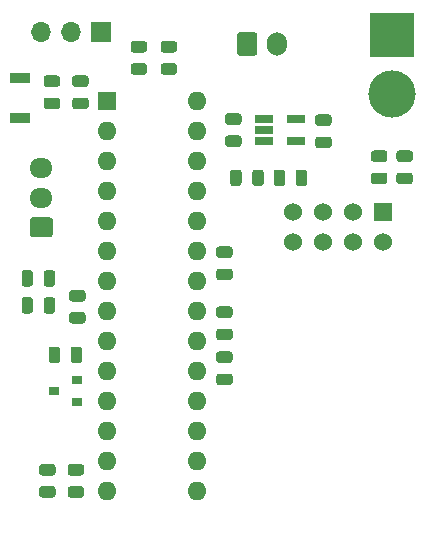
<source format=gbr>
G04 #@! TF.GenerationSoftware,KiCad,Pcbnew,5.1.6-c6e7f7d~87~ubuntu20.04.1*
G04 #@! TF.CreationDate,2020-11-08T20:48:53+01:00*
G04 #@! TF.ProjectId,soil_humidity_module,736f696c-5f68-4756-9d69-646974795f6d,rev?*
G04 #@! TF.SameCoordinates,Original*
G04 #@! TF.FileFunction,Soldermask,Top*
G04 #@! TF.FilePolarity,Negative*
%FSLAX46Y46*%
G04 Gerber Fmt 4.6, Leading zero omitted, Abs format (unit mm)*
G04 Created by KiCad (PCBNEW 5.1.6-c6e7f7d~87~ubuntu20.04.1) date 2020-11-08 20:48:53*
%MOMM*%
%LPD*%
G01*
G04 APERTURE LIST*
%ADD10C,1.524000*%
%ADD11R,1.524000X1.524000*%
%ADD12O,1.700000X2.000000*%
%ADD13R,1.700000X0.900000*%
%ADD14O,1.950000X1.700000*%
%ADD15R,1.560000X0.650000*%
%ADD16R,3.800000X3.800000*%
%ADD17C,4.000000*%
%ADD18R,0.900000X0.800000*%
%ADD19R,1.700000X1.700000*%
%ADD20O,1.700000X1.700000*%
%ADD21R,1.600000X1.600000*%
%ADD22O,1.600000X1.600000*%
G04 APERTURE END LIST*
D10*
X161544000Y-105156000D03*
X161544000Y-102616000D03*
X164084000Y-105156000D03*
X164084000Y-102616000D03*
X166624000Y-105156000D03*
X166624000Y-102616000D03*
X169164000Y-105156000D03*
D11*
X169164000Y-102616000D03*
D12*
X160132400Y-88366600D03*
G36*
G01*
X156782400Y-89116600D02*
X156782400Y-87616600D01*
G75*
G02*
X157032400Y-87366600I250000J0D01*
G01*
X158232400Y-87366600D01*
G75*
G02*
X158482400Y-87616600I0J-250000D01*
G01*
X158482400Y-89116600D01*
G75*
G02*
X158232400Y-89366600I-250000J0D01*
G01*
X157032400Y-89366600D01*
G75*
G02*
X156782400Y-89116600I0J250000D01*
G01*
G37*
D13*
X138430000Y-94664000D03*
X138430000Y-91264000D03*
D14*
X140208000Y-98886000D03*
X140208000Y-101386000D03*
G36*
G01*
X140933000Y-104736000D02*
X139483000Y-104736000D01*
G75*
G02*
X139233000Y-104486000I0J250000D01*
G01*
X139233000Y-103286000D01*
G75*
G02*
X139483000Y-103036000I250000J0D01*
G01*
X140933000Y-103036000D01*
G75*
G02*
X141183000Y-103286000I0J-250000D01*
G01*
X141183000Y-104486000D01*
G75*
G02*
X140933000Y-104736000I-250000J0D01*
G01*
G37*
G36*
G01*
X161740000Y-100151250D02*
X161740000Y-99238750D01*
G75*
G02*
X161983750Y-98995000I243750J0D01*
G01*
X162471250Y-98995000D01*
G75*
G02*
X162715000Y-99238750I0J-243750D01*
G01*
X162715000Y-100151250D01*
G75*
G02*
X162471250Y-100395000I-243750J0D01*
G01*
X161983750Y-100395000D01*
G75*
G02*
X161740000Y-100151250I0J243750D01*
G01*
G37*
G36*
G01*
X159865000Y-100151250D02*
X159865000Y-99238750D01*
G75*
G02*
X160108750Y-98995000I243750J0D01*
G01*
X160596250Y-98995000D01*
G75*
G02*
X160840000Y-99238750I0J-243750D01*
G01*
X160840000Y-100151250D01*
G75*
G02*
X160596250Y-100395000I-243750J0D01*
G01*
X160108750Y-100395000D01*
G75*
G02*
X159865000Y-100151250I0J243750D01*
G01*
G37*
G36*
G01*
X163627750Y-96208000D02*
X164540250Y-96208000D01*
G75*
G02*
X164784000Y-96451750I0J-243750D01*
G01*
X164784000Y-96939250D01*
G75*
G02*
X164540250Y-97183000I-243750J0D01*
G01*
X163627750Y-97183000D01*
G75*
G02*
X163384000Y-96939250I0J243750D01*
G01*
X163384000Y-96451750D01*
G75*
G02*
X163627750Y-96208000I243750J0D01*
G01*
G37*
G36*
G01*
X163627750Y-94333000D02*
X164540250Y-94333000D01*
G75*
G02*
X164784000Y-94576750I0J-243750D01*
G01*
X164784000Y-95064250D01*
G75*
G02*
X164540250Y-95308000I-243750J0D01*
G01*
X163627750Y-95308000D01*
G75*
G02*
X163384000Y-95064250I0J243750D01*
G01*
X163384000Y-94576750D01*
G75*
G02*
X163627750Y-94333000I243750J0D01*
G01*
G37*
D15*
X161751000Y-94706400D03*
X161751000Y-96606400D03*
X159051000Y-96606400D03*
X159051000Y-95656400D03*
X159051000Y-94706400D03*
G36*
G01*
X139504000Y-110033750D02*
X139504000Y-110946250D01*
G75*
G02*
X139260250Y-111190000I-243750J0D01*
G01*
X138772750Y-111190000D01*
G75*
G02*
X138529000Y-110946250I0J243750D01*
G01*
X138529000Y-110033750D01*
G75*
G02*
X138772750Y-109790000I243750J0D01*
G01*
X139260250Y-109790000D01*
G75*
G02*
X139504000Y-110033750I0J-243750D01*
G01*
G37*
G36*
G01*
X141379000Y-110033750D02*
X141379000Y-110946250D01*
G75*
G02*
X141135250Y-111190000I-243750J0D01*
G01*
X140647750Y-111190000D01*
G75*
G02*
X140404000Y-110946250I0J243750D01*
G01*
X140404000Y-110033750D01*
G75*
G02*
X140647750Y-109790000I243750J0D01*
G01*
X141135250Y-109790000D01*
G75*
G02*
X141379000Y-110033750I0J-243750D01*
G01*
G37*
G36*
G01*
X142799750Y-111067000D02*
X143712250Y-111067000D01*
G75*
G02*
X143956000Y-111310750I0J-243750D01*
G01*
X143956000Y-111798250D01*
G75*
G02*
X143712250Y-112042000I-243750J0D01*
G01*
X142799750Y-112042000D01*
G75*
G02*
X142556000Y-111798250I0J243750D01*
G01*
X142556000Y-111310750D01*
G75*
G02*
X142799750Y-111067000I243750J0D01*
G01*
G37*
G36*
G01*
X142799750Y-109192000D02*
X143712250Y-109192000D01*
G75*
G02*
X143956000Y-109435750I0J-243750D01*
G01*
X143956000Y-109923250D01*
G75*
G02*
X143712250Y-110167000I-243750J0D01*
G01*
X142799750Y-110167000D01*
G75*
G02*
X142556000Y-109923250I0J243750D01*
G01*
X142556000Y-109435750D01*
G75*
G02*
X142799750Y-109192000I243750J0D01*
G01*
G37*
D16*
X169926000Y-87630000D03*
D17*
X169926000Y-92630000D03*
G36*
G01*
X142672750Y-125799000D02*
X143585250Y-125799000D01*
G75*
G02*
X143829000Y-126042750I0J-243750D01*
G01*
X143829000Y-126530250D01*
G75*
G02*
X143585250Y-126774000I-243750J0D01*
G01*
X142672750Y-126774000D01*
G75*
G02*
X142429000Y-126530250I0J243750D01*
G01*
X142429000Y-126042750D01*
G75*
G02*
X142672750Y-125799000I243750J0D01*
G01*
G37*
G36*
G01*
X142672750Y-123924000D02*
X143585250Y-123924000D01*
G75*
G02*
X143829000Y-124167750I0J-243750D01*
G01*
X143829000Y-124655250D01*
G75*
G02*
X143585250Y-124899000I-243750J0D01*
G01*
X142672750Y-124899000D01*
G75*
G02*
X142429000Y-124655250I0J243750D01*
G01*
X142429000Y-124167750D01*
G75*
G02*
X142672750Y-123924000I243750J0D01*
G01*
G37*
G36*
G01*
X140259750Y-125799000D02*
X141172250Y-125799000D01*
G75*
G02*
X141416000Y-126042750I0J-243750D01*
G01*
X141416000Y-126530250D01*
G75*
G02*
X141172250Y-126774000I-243750J0D01*
G01*
X140259750Y-126774000D01*
G75*
G02*
X140016000Y-126530250I0J243750D01*
G01*
X140016000Y-126042750D01*
G75*
G02*
X140259750Y-125799000I243750J0D01*
G01*
G37*
G36*
G01*
X140259750Y-123924000D02*
X141172250Y-123924000D01*
G75*
G02*
X141416000Y-124167750I0J-243750D01*
G01*
X141416000Y-124655250D01*
G75*
G02*
X141172250Y-124899000I-243750J0D01*
G01*
X140259750Y-124899000D01*
G75*
G02*
X140016000Y-124655250I0J243750D01*
G01*
X140016000Y-124167750D01*
G75*
G02*
X140259750Y-123924000I243750J0D01*
G01*
G37*
G36*
G01*
X156158250Y-106484000D02*
X155245750Y-106484000D01*
G75*
G02*
X155002000Y-106240250I0J243750D01*
G01*
X155002000Y-105752750D01*
G75*
G02*
X155245750Y-105509000I243750J0D01*
G01*
X156158250Y-105509000D01*
G75*
G02*
X156402000Y-105752750I0J-243750D01*
G01*
X156402000Y-106240250D01*
G75*
G02*
X156158250Y-106484000I-243750J0D01*
G01*
G37*
G36*
G01*
X156158250Y-108359000D02*
X155245750Y-108359000D01*
G75*
G02*
X155002000Y-108115250I0J243750D01*
G01*
X155002000Y-107627750D01*
G75*
G02*
X155245750Y-107384000I243750J0D01*
G01*
X156158250Y-107384000D01*
G75*
G02*
X156402000Y-107627750I0J-243750D01*
G01*
X156402000Y-108115250D01*
G75*
G02*
X156158250Y-108359000I-243750J0D01*
G01*
G37*
D18*
X141240000Y-117729000D03*
X143240000Y-116779000D03*
X143240000Y-118679000D03*
G36*
G01*
X142690000Y-115137250D02*
X142690000Y-114224750D01*
G75*
G02*
X142933750Y-113981000I243750J0D01*
G01*
X143421250Y-113981000D01*
G75*
G02*
X143665000Y-114224750I0J-243750D01*
G01*
X143665000Y-115137250D01*
G75*
G02*
X143421250Y-115381000I-243750J0D01*
G01*
X142933750Y-115381000D01*
G75*
G02*
X142690000Y-115137250I0J243750D01*
G01*
G37*
G36*
G01*
X140815000Y-115137250D02*
X140815000Y-114224750D01*
G75*
G02*
X141058750Y-113981000I243750J0D01*
G01*
X141546250Y-113981000D01*
G75*
G02*
X141790000Y-114224750I0J-243750D01*
G01*
X141790000Y-115137250D01*
G75*
G02*
X141546250Y-115381000I-243750J0D01*
G01*
X141058750Y-115381000D01*
G75*
G02*
X140815000Y-115137250I0J243750D01*
G01*
G37*
G36*
G01*
X155245750Y-112464000D02*
X156158250Y-112464000D01*
G75*
G02*
X156402000Y-112707750I0J-243750D01*
G01*
X156402000Y-113195250D01*
G75*
G02*
X156158250Y-113439000I-243750J0D01*
G01*
X155245750Y-113439000D01*
G75*
G02*
X155002000Y-113195250I0J243750D01*
G01*
X155002000Y-112707750D01*
G75*
G02*
X155245750Y-112464000I243750J0D01*
G01*
G37*
G36*
G01*
X155245750Y-110589000D02*
X156158250Y-110589000D01*
G75*
G02*
X156402000Y-110832750I0J-243750D01*
G01*
X156402000Y-111320250D01*
G75*
G02*
X156158250Y-111564000I-243750J0D01*
G01*
X155245750Y-111564000D01*
G75*
G02*
X155002000Y-111320250I0J243750D01*
G01*
X155002000Y-110832750D01*
G75*
G02*
X155245750Y-110589000I243750J0D01*
G01*
G37*
G36*
G01*
X155245750Y-116274000D02*
X156158250Y-116274000D01*
G75*
G02*
X156402000Y-116517750I0J-243750D01*
G01*
X156402000Y-117005250D01*
G75*
G02*
X156158250Y-117249000I-243750J0D01*
G01*
X155245750Y-117249000D01*
G75*
G02*
X155002000Y-117005250I0J243750D01*
G01*
X155002000Y-116517750D01*
G75*
G02*
X155245750Y-116274000I243750J0D01*
G01*
G37*
G36*
G01*
X155245750Y-114399000D02*
X156158250Y-114399000D01*
G75*
G02*
X156402000Y-114642750I0J-243750D01*
G01*
X156402000Y-115130250D01*
G75*
G02*
X156158250Y-115374000I-243750J0D01*
G01*
X155245750Y-115374000D01*
G75*
G02*
X155002000Y-115130250I0J243750D01*
G01*
X155002000Y-114642750D01*
G75*
G02*
X155245750Y-114399000I243750J0D01*
G01*
G37*
D19*
X145288000Y-87376000D03*
D20*
X142748000Y-87376000D03*
X140208000Y-87376000D03*
G36*
G01*
X143966250Y-92006000D02*
X143053750Y-92006000D01*
G75*
G02*
X142810000Y-91762250I0J243750D01*
G01*
X142810000Y-91274750D01*
G75*
G02*
X143053750Y-91031000I243750J0D01*
G01*
X143966250Y-91031000D01*
G75*
G02*
X144210000Y-91274750I0J-243750D01*
G01*
X144210000Y-91762250D01*
G75*
G02*
X143966250Y-92006000I-243750J0D01*
G01*
G37*
G36*
G01*
X143966250Y-93881000D02*
X143053750Y-93881000D01*
G75*
G02*
X142810000Y-93637250I0J243750D01*
G01*
X142810000Y-93149750D01*
G75*
G02*
X143053750Y-92906000I243750J0D01*
G01*
X143966250Y-92906000D01*
G75*
G02*
X144210000Y-93149750I0J-243750D01*
G01*
X144210000Y-93637250D01*
G75*
G02*
X143966250Y-93881000I-243750J0D01*
G01*
G37*
G36*
G01*
X168352150Y-99256000D02*
X169264650Y-99256000D01*
G75*
G02*
X169508400Y-99499750I0J-243750D01*
G01*
X169508400Y-99987250D01*
G75*
G02*
X169264650Y-100231000I-243750J0D01*
G01*
X168352150Y-100231000D01*
G75*
G02*
X168108400Y-99987250I0J243750D01*
G01*
X168108400Y-99499750D01*
G75*
G02*
X168352150Y-99256000I243750J0D01*
G01*
G37*
G36*
G01*
X168352150Y-97381000D02*
X169264650Y-97381000D01*
G75*
G02*
X169508400Y-97624750I0J-243750D01*
G01*
X169508400Y-98112250D01*
G75*
G02*
X169264650Y-98356000I-243750J0D01*
G01*
X168352150Y-98356000D01*
G75*
G02*
X168108400Y-98112250I0J243750D01*
G01*
X168108400Y-97624750D01*
G75*
G02*
X168352150Y-97381000I243750J0D01*
G01*
G37*
G36*
G01*
X170511150Y-99256000D02*
X171423650Y-99256000D01*
G75*
G02*
X171667400Y-99499750I0J-243750D01*
G01*
X171667400Y-99987250D01*
G75*
G02*
X171423650Y-100231000I-243750J0D01*
G01*
X170511150Y-100231000D01*
G75*
G02*
X170267400Y-99987250I0J243750D01*
G01*
X170267400Y-99499750D01*
G75*
G02*
X170511150Y-99256000I243750J0D01*
G01*
G37*
G36*
G01*
X170511150Y-97381000D02*
X171423650Y-97381000D01*
G75*
G02*
X171667400Y-97624750I0J-243750D01*
G01*
X171667400Y-98112250D01*
G75*
G02*
X171423650Y-98356000I-243750J0D01*
G01*
X170511150Y-98356000D01*
G75*
G02*
X170267400Y-98112250I0J243750D01*
G01*
X170267400Y-97624750D01*
G75*
G02*
X170511150Y-97381000I243750J0D01*
G01*
G37*
G36*
G01*
X157157000Y-99238750D02*
X157157000Y-100151250D01*
G75*
G02*
X156913250Y-100395000I-243750J0D01*
G01*
X156425750Y-100395000D01*
G75*
G02*
X156182000Y-100151250I0J243750D01*
G01*
X156182000Y-99238750D01*
G75*
G02*
X156425750Y-98995000I243750J0D01*
G01*
X156913250Y-98995000D01*
G75*
G02*
X157157000Y-99238750I0J-243750D01*
G01*
G37*
G36*
G01*
X159032000Y-99238750D02*
X159032000Y-100151250D01*
G75*
G02*
X158788250Y-100395000I-243750J0D01*
G01*
X158300750Y-100395000D01*
G75*
G02*
X158057000Y-100151250I0J243750D01*
G01*
X158057000Y-99238750D01*
G75*
G02*
X158300750Y-98995000I243750J0D01*
G01*
X158788250Y-98995000D01*
G75*
G02*
X159032000Y-99238750I0J-243750D01*
G01*
G37*
G36*
G01*
X139504000Y-107747750D02*
X139504000Y-108660250D01*
G75*
G02*
X139260250Y-108904000I-243750J0D01*
G01*
X138772750Y-108904000D01*
G75*
G02*
X138529000Y-108660250I0J243750D01*
G01*
X138529000Y-107747750D01*
G75*
G02*
X138772750Y-107504000I243750J0D01*
G01*
X139260250Y-107504000D01*
G75*
G02*
X139504000Y-107747750I0J-243750D01*
G01*
G37*
G36*
G01*
X141379000Y-107747750D02*
X141379000Y-108660250D01*
G75*
G02*
X141135250Y-108904000I-243750J0D01*
G01*
X140647750Y-108904000D01*
G75*
G02*
X140404000Y-108660250I0J243750D01*
G01*
X140404000Y-107747750D01*
G75*
G02*
X140647750Y-107504000I243750J0D01*
G01*
X141135250Y-107504000D01*
G75*
G02*
X141379000Y-107747750I0J-243750D01*
G01*
G37*
G36*
G01*
X156007750Y-94231400D02*
X156920250Y-94231400D01*
G75*
G02*
X157164000Y-94475150I0J-243750D01*
G01*
X157164000Y-94962650D01*
G75*
G02*
X156920250Y-95206400I-243750J0D01*
G01*
X156007750Y-95206400D01*
G75*
G02*
X155764000Y-94962650I0J243750D01*
G01*
X155764000Y-94475150D01*
G75*
G02*
X156007750Y-94231400I243750J0D01*
G01*
G37*
G36*
G01*
X156007750Y-96106400D02*
X156920250Y-96106400D01*
G75*
G02*
X157164000Y-96350150I0J-243750D01*
G01*
X157164000Y-96837650D01*
G75*
G02*
X156920250Y-97081400I-243750J0D01*
G01*
X156007750Y-97081400D01*
G75*
G02*
X155764000Y-96837650I0J243750D01*
G01*
X155764000Y-96350150D01*
G75*
G02*
X156007750Y-96106400I243750J0D01*
G01*
G37*
G36*
G01*
X141553250Y-93881000D02*
X140640750Y-93881000D01*
G75*
G02*
X140397000Y-93637250I0J243750D01*
G01*
X140397000Y-93149750D01*
G75*
G02*
X140640750Y-92906000I243750J0D01*
G01*
X141553250Y-92906000D01*
G75*
G02*
X141797000Y-93149750I0J-243750D01*
G01*
X141797000Y-93637250D01*
G75*
G02*
X141553250Y-93881000I-243750J0D01*
G01*
G37*
G36*
G01*
X141553250Y-92006000D02*
X140640750Y-92006000D01*
G75*
G02*
X140397000Y-91762250I0J243750D01*
G01*
X140397000Y-91274750D01*
G75*
G02*
X140640750Y-91031000I243750J0D01*
G01*
X141553250Y-91031000D01*
G75*
G02*
X141797000Y-91274750I0J-243750D01*
G01*
X141797000Y-91762250D01*
G75*
G02*
X141553250Y-92006000I-243750J0D01*
G01*
G37*
G36*
G01*
X150546750Y-89985000D02*
X151459250Y-89985000D01*
G75*
G02*
X151703000Y-90228750I0J-243750D01*
G01*
X151703000Y-90716250D01*
G75*
G02*
X151459250Y-90960000I-243750J0D01*
G01*
X150546750Y-90960000D01*
G75*
G02*
X150303000Y-90716250I0J243750D01*
G01*
X150303000Y-90228750D01*
G75*
G02*
X150546750Y-89985000I243750J0D01*
G01*
G37*
G36*
G01*
X150546750Y-88110000D02*
X151459250Y-88110000D01*
G75*
G02*
X151703000Y-88353750I0J-243750D01*
G01*
X151703000Y-88841250D01*
G75*
G02*
X151459250Y-89085000I-243750J0D01*
G01*
X150546750Y-89085000D01*
G75*
G02*
X150303000Y-88841250I0J243750D01*
G01*
X150303000Y-88353750D01*
G75*
G02*
X150546750Y-88110000I243750J0D01*
G01*
G37*
G36*
G01*
X148919250Y-89085000D02*
X148006750Y-89085000D01*
G75*
G02*
X147763000Y-88841250I0J243750D01*
G01*
X147763000Y-88353750D01*
G75*
G02*
X148006750Y-88110000I243750J0D01*
G01*
X148919250Y-88110000D01*
G75*
G02*
X149163000Y-88353750I0J-243750D01*
G01*
X149163000Y-88841250D01*
G75*
G02*
X148919250Y-89085000I-243750J0D01*
G01*
G37*
G36*
G01*
X148919250Y-90960000D02*
X148006750Y-90960000D01*
G75*
G02*
X147763000Y-90716250I0J243750D01*
G01*
X147763000Y-90228750D01*
G75*
G02*
X148006750Y-89985000I243750J0D01*
G01*
X148919250Y-89985000D01*
G75*
G02*
X149163000Y-90228750I0J-243750D01*
G01*
X149163000Y-90716250D01*
G75*
G02*
X148919250Y-90960000I-243750J0D01*
G01*
G37*
D21*
X145796000Y-93218000D03*
D22*
X153416000Y-126238000D03*
X145796000Y-95758000D03*
X153416000Y-123698000D03*
X145796000Y-98298000D03*
X153416000Y-121158000D03*
X145796000Y-100838000D03*
X153416000Y-118618000D03*
X145796000Y-103378000D03*
X153416000Y-116078000D03*
X145796000Y-105918000D03*
X153416000Y-113538000D03*
X145796000Y-108458000D03*
X153416000Y-110998000D03*
X145796000Y-110998000D03*
X153416000Y-108458000D03*
X145796000Y-113538000D03*
X153416000Y-105918000D03*
X145796000Y-116078000D03*
X153416000Y-103378000D03*
X145796000Y-118618000D03*
X153416000Y-100838000D03*
X145796000Y-121158000D03*
X153416000Y-98298000D03*
X145796000Y-123698000D03*
X153416000Y-95758000D03*
X145796000Y-126238000D03*
X153416000Y-93218000D03*
M02*

</source>
